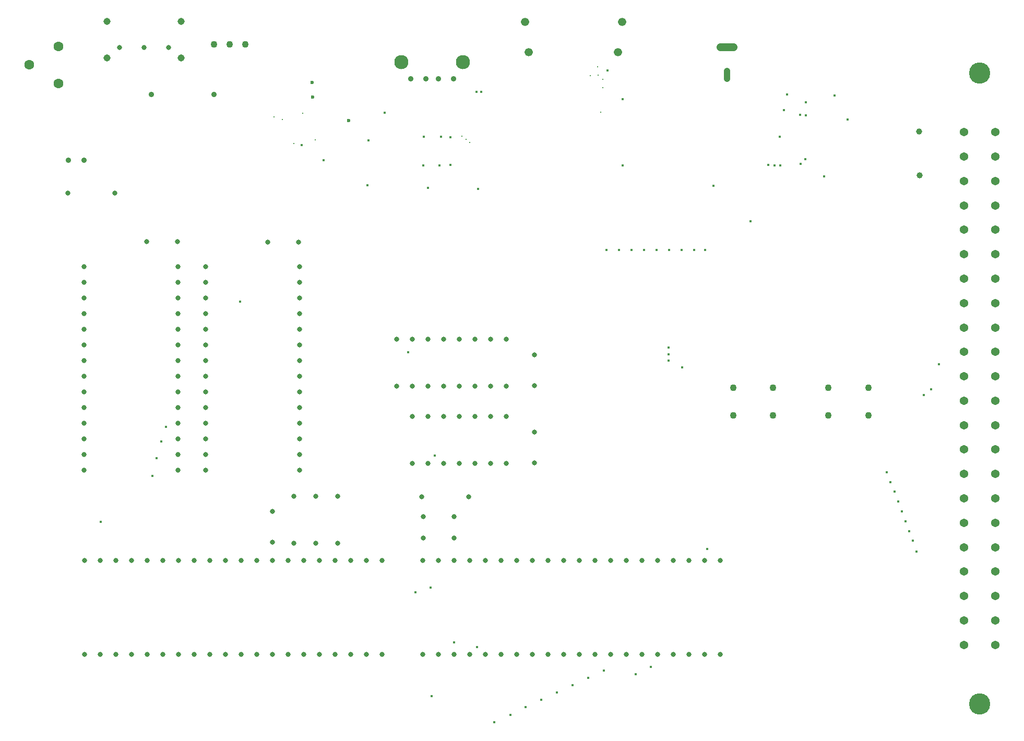
<source format=gbr>
%TF.GenerationSoftware,KiCad,Pcbnew,(5.1.9-0-10_14)*%
%TF.CreationDate,2021-03-05T15:55:52-05:00*%
%TF.ProjectId,Apple1_2layer,4170706c-6531-45f3-926c-617965722e6b,rev?*%
%TF.SameCoordinates,Original*%
%TF.FileFunction,Plated,1,2,PTH,Mixed*%
%TF.FilePolarity,Positive*%
%FSLAX46Y46*%
G04 Gerber Fmt 4.6, Leading zero omitted, Abs format (unit mm)*
G04 Created by KiCad (PCBNEW (5.1.9-0-10_14)) date 2021-03-05 15:55:52*
%MOMM*%
%LPD*%
G01*
G04 APERTURE LIST*
%TA.AperFunction,ViaDrill*%
%ADD10C,0.200000*%
%TD*%
%TA.AperFunction,ViaDrill*%
%ADD11C,0.400000*%
%TD*%
%TA.AperFunction,ViaDrill*%
%ADD12C,0.600000*%
%TD*%
%TA.AperFunction,ComponentDrill*%
%ADD13C,0.800000*%
%TD*%
%TA.AperFunction,ComponentDrill*%
%ADD14C,0.900000*%
%TD*%
G04 aperture for slot hole*
%TA.AperFunction,ComponentDrill*%
%ADD15C,1.000000*%
%TD*%
%TA.AperFunction,ComponentDrill*%
%ADD16C,1.000000*%
%TD*%
%TA.AperFunction,ComponentDrill*%
%ADD17C,1.100000*%
%TD*%
%TA.AperFunction,ComponentDrill*%
%ADD18C,1.140000*%
%TD*%
G04 aperture for slot hole*
%TA.AperFunction,ComponentDrill*%
%ADD19C,1.300000*%
%TD*%
%TA.AperFunction,ComponentDrill*%
%ADD20C,1.330000*%
%TD*%
%TA.AperFunction,ComponentDrill*%
%ADD21C,1.370000*%
%TD*%
%TA.AperFunction,ComponentDrill*%
%ADD22C,1.600000*%
%TD*%
%TA.AperFunction,ComponentDrill*%
%ADD23C,2.300000*%
%TD*%
%TA.AperFunction,ComponentDrill*%
%ADD24C,3.450000*%
%TD*%
G04 APERTURE END LIST*
D10*
X127190500Y-45847000D03*
X128587500Y-46228000D03*
X130429000Y-50101500D03*
X131889500Y-45212000D03*
X133858000Y-49530000D03*
X157700000Y-48970000D03*
X158315000Y-49470000D03*
X158931542Y-49970000D03*
X178471946Y-39098054D03*
X179705000Y-37719000D03*
X179795496Y-39076592D03*
X180213000Y-45085000D03*
X180543200Y-41097200D03*
X180555100Y-39691716D03*
D11*
X99058256Y-111564682D03*
X107426500Y-104089200D03*
X108176500Y-101173999D03*
X108926500Y-98494001D03*
X109708399Y-96093999D03*
X121668410Y-75773999D03*
X131689010Y-50419000D03*
X135255000Y-52832000D03*
X142347002Y-56938999D03*
X142494000Y-49593500D03*
X145136011Y-45109989D03*
X148981009Y-84044729D03*
X150130789Y-122967601D03*
X151384000Y-53721000D03*
X151511000Y-49022000D03*
X152146000Y-57302400D03*
X152603200Y-122180638D03*
X152806400Y-139820681D03*
X153314400Y-100736400D03*
X154051000Y-53721000D03*
X154264000Y-49022000D03*
X155788999Y-53594000D03*
X155829000Y-49149000D03*
X156447914Y-131069815D03*
X160004000Y-41800000D03*
X160121600Y-131876800D03*
X160337500Y-57531000D03*
X160824000Y-41800000D03*
X162915600Y-144020751D03*
X165557200Y-142820731D03*
X168046400Y-141620711D03*
X170586400Y-140420691D03*
X173126400Y-139220671D03*
X175666400Y-138020651D03*
X178206400Y-136820631D03*
X180746400Y-135620611D03*
X181102000Y-67437000D03*
X181263422Y-38319578D03*
X183134000Y-67437000D03*
X183769000Y-42926000D03*
X183769000Y-53721000D03*
X185166000Y-67437000D03*
X185877200Y-136220621D03*
X187198000Y-67437000D03*
X188366400Y-135020601D03*
X189230000Y-67437000D03*
X191177160Y-83268926D03*
X191177160Y-85394800D03*
X191177954Y-84328794D03*
X191262000Y-67437000D03*
X193294000Y-67437000D03*
X193391827Y-86457827D03*
X195326000Y-67437000D03*
X197104000Y-67437000D03*
X197459600Y-115925600D03*
X198526142Y-56997858D03*
X204470000Y-62738000D03*
X207364000Y-53594000D03*
X208407000Y-53721000D03*
X209233773Y-49050898D03*
X209307003Y-53721000D03*
X209905600Y-44704000D03*
X210417315Y-42218515D03*
X212506668Y-45512671D03*
X212598000Y-53467000D03*
X213360000Y-52705000D03*
X213487000Y-43434000D03*
X213487000Y-45593000D03*
X216394468Y-55476132D03*
X218139010Y-42316400D03*
X220218000Y-46228000D03*
X226622250Y-103456900D03*
X227222260Y-105052205D03*
X227822270Y-106626807D03*
X228422280Y-108210798D03*
X229014275Y-109872385D03*
X229622300Y-111435023D03*
X230222310Y-113030000D03*
X230822320Y-114600958D03*
X231422330Y-116333077D03*
X232619628Y-90985522D03*
X233822370Y-90017600D03*
X235022390Y-85953600D03*
D12*
X133413500Y-40228500D03*
X133477000Y-42628500D03*
X139319000Y-46418500D03*
D13*
%TO.C,R5*%
X93726000Y-58166000D03*
%TO.C,U8*%
X96418400Y-70104000D03*
X96418400Y-72644000D03*
X96418400Y-75184000D03*
X96418400Y-77724000D03*
X96418400Y-80264000D03*
X96418400Y-82804000D03*
X96418400Y-85344000D03*
X96418400Y-87884000D03*
X96418400Y-90424000D03*
X96418400Y-92964000D03*
X96418400Y-95504000D03*
X96418400Y-98044000D03*
X96418400Y-100584000D03*
X96418400Y-103124000D03*
%TO.C,U3*%
X96443800Y-117830600D03*
X96443800Y-133070600D03*
X98983800Y-117830600D03*
X98983800Y-133070600D03*
%TO.C,R5*%
X101346000Y-58166000D03*
%TO.C,U3*%
X101523800Y-117830600D03*
X101523800Y-133070600D03*
%TO.C,SW1*%
X102109000Y-34544000D03*
%TO.C,U3*%
X104063800Y-117830600D03*
X104063800Y-133070600D03*
%TO.C,SW1*%
X106109000Y-34544000D03*
%TO.C,C5*%
X106506000Y-66040000D03*
%TO.C,U3*%
X106603800Y-117830600D03*
X106603800Y-133070600D03*
X109143800Y-117830600D03*
X109143800Y-133070600D03*
%TO.C,SW1*%
X110109000Y-34544000D03*
%TO.C,C5*%
X111506000Y-66040000D03*
%TO.C,U8*%
X111658400Y-70104000D03*
X111658400Y-72644000D03*
X111658400Y-75184000D03*
X111658400Y-77724000D03*
X111658400Y-80264000D03*
X111658400Y-82804000D03*
X111658400Y-85344000D03*
X111658400Y-87884000D03*
X111658400Y-90424000D03*
X111658400Y-92964000D03*
X111658400Y-95504000D03*
X111658400Y-98044000D03*
X111658400Y-100584000D03*
X111658400Y-103124000D03*
%TO.C,U3*%
X111683800Y-117830600D03*
X111683800Y-133070600D03*
X114223800Y-117830600D03*
X114223800Y-133070600D03*
%TO.C,U2*%
X116078000Y-70104000D03*
X116078000Y-72644000D03*
X116078000Y-75184000D03*
X116078000Y-77724000D03*
X116078000Y-80264000D03*
X116078000Y-82804000D03*
X116078000Y-85344000D03*
X116078000Y-87884000D03*
X116078000Y-90424000D03*
X116078000Y-92964000D03*
X116078000Y-95504000D03*
X116078000Y-98044000D03*
X116078000Y-100584000D03*
X116078000Y-103124000D03*
%TO.C,U3*%
X116763800Y-117830600D03*
X116763800Y-133070600D03*
X119303800Y-117830600D03*
X119303800Y-133070600D03*
X121843800Y-117830600D03*
X121843800Y-133070600D03*
X124383800Y-117830600D03*
X124383800Y-133070600D03*
%TO.C,C7*%
X126191000Y-66167000D03*
%TO.C,U3*%
X126923800Y-117830600D03*
X126923800Y-133070600D03*
%TO.C,C10*%
X126949200Y-109858800D03*
X126949200Y-114858800D03*
%TO.C,U3*%
X129463800Y-117830600D03*
X129463800Y-133070600D03*
%TO.C,R3*%
X130454400Y-107391200D03*
X130454400Y-115011200D03*
%TO.C,C7*%
X131191000Y-66167000D03*
%TO.C,U2*%
X131318000Y-70104000D03*
X131318000Y-72644000D03*
X131318000Y-75184000D03*
X131318000Y-77724000D03*
X131318000Y-80264000D03*
X131318000Y-82804000D03*
X131318000Y-85344000D03*
X131318000Y-87884000D03*
X131318000Y-90424000D03*
X131318000Y-92964000D03*
X131318000Y-95504000D03*
X131318000Y-98044000D03*
X131318000Y-100584000D03*
X131318000Y-103124000D03*
%TO.C,U3*%
X132003800Y-117830600D03*
X132003800Y-133070600D03*
%TO.C,R2*%
X134010400Y-107391200D03*
X134010400Y-115011200D03*
%TO.C,U3*%
X134543800Y-117830600D03*
X134543800Y-133070600D03*
X137083800Y-117830600D03*
X137083800Y-133070600D03*
%TO.C,R1*%
X137566400Y-107391200D03*
X137566400Y-115011200D03*
%TO.C,U3*%
X139623800Y-117830600D03*
X139623800Y-133070600D03*
X142163800Y-117830600D03*
X142163800Y-133070600D03*
X144703800Y-117830600D03*
X144703800Y-133070600D03*
%TO.C,U1*%
X147116800Y-81889600D03*
X147116800Y-89509600D03*
X149656800Y-81889600D03*
X149656800Y-89509600D03*
%TO.C,U4*%
X149656800Y-94386400D03*
X149656800Y-102006400D03*
%TO.C,R4*%
X151180800Y-107442000D03*
%TO.C,U6*%
X151307800Y-117830600D03*
X151307800Y-133070600D03*
%TO.C,C4*%
X151387800Y-110718600D03*
%TO.C,C8*%
X151434800Y-114147600D03*
%TO.C,U1*%
X152196800Y-81889600D03*
X152196800Y-89509600D03*
%TO.C,U4*%
X152196800Y-94386400D03*
X152196800Y-102006400D03*
%TO.C,U6*%
X153847800Y-117830600D03*
X153847800Y-133070600D03*
%TO.C,U1*%
X154736800Y-81889600D03*
X154736800Y-89509600D03*
%TO.C,U4*%
X154736800Y-94386400D03*
X154736800Y-102006400D03*
%TO.C,C4*%
X156387800Y-110718600D03*
%TO.C,U6*%
X156387800Y-117830600D03*
X156387800Y-133070600D03*
%TO.C,C8*%
X156434800Y-114147600D03*
%TO.C,U1*%
X157276800Y-81889600D03*
X157276800Y-89509600D03*
%TO.C,U4*%
X157276800Y-94386400D03*
X157276800Y-102006400D03*
%TO.C,R4*%
X158800800Y-107442000D03*
%TO.C,U6*%
X158927800Y-117830600D03*
X158927800Y-133070600D03*
%TO.C,U1*%
X159816800Y-81889600D03*
X159816800Y-89509600D03*
%TO.C,U4*%
X159816800Y-94386400D03*
X159816800Y-102006400D03*
%TO.C,U6*%
X161467800Y-117830600D03*
X161467800Y-133070600D03*
%TO.C,U1*%
X162356800Y-81889600D03*
X162356800Y-89509600D03*
%TO.C,U4*%
X162356800Y-94386400D03*
X162356800Y-102006400D03*
%TO.C,U6*%
X164007800Y-117830600D03*
X164007800Y-133070600D03*
%TO.C,U1*%
X164896800Y-81889600D03*
X164896800Y-89509600D03*
%TO.C,U4*%
X164896800Y-94386400D03*
X164896800Y-102006400D03*
%TO.C,U6*%
X166547800Y-117830600D03*
X166547800Y-133070600D03*
X169087800Y-117830600D03*
X169087800Y-133070600D03*
%TO.C,C9*%
X169418000Y-84408000D03*
X169418000Y-89408000D03*
%TO.C,C6*%
X169418000Y-96981000D03*
X169418000Y-101981000D03*
%TO.C,U6*%
X171627800Y-117830600D03*
X171627800Y-133070600D03*
X174167800Y-117830600D03*
X174167800Y-133070600D03*
X176707800Y-117830600D03*
X176707800Y-133070600D03*
X179247800Y-117830600D03*
X179247800Y-133070600D03*
X181787800Y-117830600D03*
X181787800Y-133070600D03*
X184327800Y-117830600D03*
X184327800Y-133070600D03*
X186867800Y-117830600D03*
X186867800Y-133070600D03*
X189407800Y-117830600D03*
X189407800Y-133070600D03*
X191947800Y-117830600D03*
X191947800Y-133070600D03*
X194487800Y-117830600D03*
X194487800Y-133070600D03*
X197027800Y-117830600D03*
X197027800Y-133070600D03*
X199567800Y-117830600D03*
X199567800Y-133070600D03*
D14*
%TO.C,D2*%
X93853000Y-52832000D03*
X96393000Y-52832000D03*
%TO.C,D1*%
X107315000Y-42164000D03*
X117475000Y-42164000D03*
%TO.C,J6*%
X149337000Y-39624000D03*
X151837000Y-39624000D03*
X153837000Y-39624000D03*
X156337000Y-39624000D03*
D15*
%TO.C,J7*%
X200660000Y-38330000D02*
X200660000Y-39630000D01*
D16*
%TO.C,J4*%
X231851200Y-48209200D03*
%TO.C,J5*%
X231902000Y-55270400D03*
D17*
%TO.C,U7*%
X117475000Y-34036000D03*
X120015000Y-34036000D03*
X122555000Y-34036000D03*
%TO.C,SW2*%
X201676000Y-89789000D03*
X201676000Y-94289000D03*
X208176000Y-89789000D03*
X208176000Y-94289000D03*
%TO.C,SW3*%
X217147000Y-89734000D03*
X217147000Y-94234000D03*
X223647000Y-89734000D03*
X223647000Y-94234000D03*
D18*
%TO.C,SW1*%
X100109000Y-30294000D03*
X100109000Y-36294000D03*
X112109000Y-30294000D03*
X112109000Y-36294000D03*
D19*
%TO.C,J7*%
X201710000Y-34480000D02*
X199610000Y-34480000D01*
D20*
%TO.C,J9*%
X167893000Y-30412000D03*
X168518000Y-35312000D03*
X183018000Y-35312000D03*
X183643000Y-30412000D03*
D21*
%TO.C,J3*%
X239166400Y-48310400D03*
X239166400Y-52270400D03*
X239166400Y-56230400D03*
X239166400Y-60190400D03*
X239166400Y-64150400D03*
X239166400Y-68110400D03*
X239166400Y-72070400D03*
X239166400Y-76030400D03*
X239166400Y-79990400D03*
X239166400Y-83950400D03*
X239166400Y-87910400D03*
X239166400Y-91870400D03*
X239166400Y-95830400D03*
X239166400Y-99790400D03*
X239166400Y-103750400D03*
X239166400Y-107710400D03*
X239166400Y-111670400D03*
X239166400Y-115630400D03*
X239166400Y-119590400D03*
X239166400Y-123550400D03*
X239166400Y-127510400D03*
X239166400Y-131470400D03*
X244246400Y-48310400D03*
X244246400Y-52270400D03*
X244246400Y-56230400D03*
X244246400Y-60190400D03*
X244246400Y-64150400D03*
X244246400Y-68110400D03*
X244246400Y-72070400D03*
X244246400Y-76030400D03*
X244246400Y-79990400D03*
X244246400Y-83950400D03*
X244246400Y-87910400D03*
X244246400Y-91870400D03*
X244246400Y-95830400D03*
X244246400Y-99790400D03*
X244246400Y-103750400D03*
X244246400Y-107710400D03*
X244246400Y-111670400D03*
X244246400Y-115630400D03*
X244246400Y-119590400D03*
X244246400Y-123550400D03*
X244246400Y-127510400D03*
X244246400Y-131470400D03*
D22*
%TO.C,J1*%
X87502000Y-37386000D03*
X92202000Y-34386000D03*
X92202000Y-40386000D03*
D23*
%TO.C,J6*%
X147837000Y-36954000D03*
X157837000Y-36954000D03*
D24*
%TO.C,J3*%
X241706400Y-38735400D03*
X241706400Y-141045400D03*
M02*

</source>
